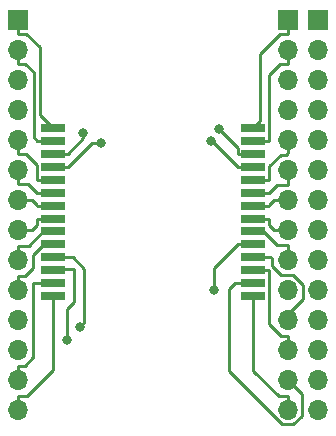
<source format=gbr>
G04 #@! TF.GenerationSoftware,KiCad,Pcbnew,5.1.5+dfsg1-2build2*
G04 #@! TF.CreationDate,2022-08-21T18:45:02-05:00*
G04 #@! TF.ProjectId,ms88sf2-breakout,6d733838-7366-4322-9d62-7265616b6f75,rev?*
G04 #@! TF.SameCoordinates,Original*
G04 #@! TF.FileFunction,Copper,L1,Top*
G04 #@! TF.FilePolarity,Positive*
%FSLAX46Y46*%
G04 Gerber Fmt 4.6, Leading zero omitted, Abs format (unit mm)*
G04 Created by KiCad (PCBNEW 5.1.5+dfsg1-2build2) date 2022-08-21 18:45:02*
%MOMM*%
%LPD*%
G04 APERTURE LIST*
%ADD10R,2.000000X0.800000*%
%ADD11O,1.700000X1.700000*%
%ADD12R,1.700000X1.700000*%
%ADD13C,0.800000*%
%ADD14C,0.250000*%
G04 APERTURE END LIST*
D10*
X71928900Y-60990000D03*
X71928900Y-62090000D03*
X71928900Y-63190000D03*
X71928900Y-64290000D03*
X71928900Y-65390000D03*
X71928900Y-66490000D03*
X71928900Y-67590000D03*
X71928900Y-68690000D03*
X71928900Y-69790000D03*
X71928900Y-70890000D03*
X71928900Y-71990000D03*
X71928900Y-73090000D03*
X71928900Y-74190000D03*
X71928900Y-75290000D03*
X54928900Y-60990000D03*
X54928900Y-62090000D03*
X54928900Y-63190000D03*
X54928900Y-64290000D03*
X54928900Y-65390000D03*
X54928900Y-66490000D03*
X54928900Y-67590000D03*
X54928900Y-68690000D03*
X54928900Y-69790000D03*
X54928900Y-70890000D03*
X54928900Y-71990000D03*
X54928900Y-73090000D03*
X54928900Y-74190000D03*
X54928900Y-75290000D03*
D11*
X77400000Y-84890000D03*
X77400000Y-82350000D03*
X77400000Y-79810000D03*
X77400000Y-77270000D03*
X77400000Y-74730000D03*
X77400000Y-72190000D03*
X77400000Y-69650000D03*
X77400000Y-67110000D03*
X77400000Y-64570000D03*
X77400000Y-62030000D03*
X77400000Y-59490000D03*
X77400000Y-56950000D03*
X77400000Y-54410000D03*
D12*
X77400000Y-51870000D03*
D11*
X74860000Y-84890000D03*
X74860000Y-82350000D03*
X74860000Y-79810000D03*
X74860000Y-77270000D03*
X74860000Y-74730000D03*
X74860000Y-72190000D03*
X74860000Y-69650000D03*
X74860000Y-67110000D03*
X74860000Y-64570000D03*
X74860000Y-62030000D03*
X74860000Y-59490000D03*
X74860000Y-56950000D03*
X74860000Y-54410000D03*
D12*
X74860000Y-51870000D03*
D11*
X52000000Y-84890000D03*
X52000000Y-82350000D03*
X52000000Y-79810000D03*
X52000000Y-77270000D03*
X52000000Y-74730000D03*
X52000000Y-72190000D03*
X52000000Y-69650000D03*
X52000000Y-67110000D03*
X52000000Y-64570000D03*
X52000000Y-62030000D03*
X52000000Y-59490000D03*
X52000000Y-56950000D03*
X52000000Y-54410000D03*
D12*
X52000000Y-51870000D03*
D13*
X68625720Y-74711560D03*
X56177000Y-79019100D03*
X57236360Y-77851000D03*
X58988960Y-62260480D03*
X57536080Y-61432440D03*
X68320920Y-62116500D03*
X68976240Y-61117480D03*
D14*
X53603600Y-62090000D02*
X54928900Y-62090000D01*
X53340000Y-61826400D02*
X53603600Y-62090000D01*
X53340000Y-56306720D02*
X53340000Y-61826400D01*
X52618580Y-55585300D02*
X53340000Y-56306720D01*
X52000000Y-55585300D02*
X52618580Y-55585300D01*
X52000000Y-54410000D02*
X52000000Y-55585300D01*
X53838400Y-54178760D02*
X53838400Y-59899500D01*
X53838400Y-59899500D02*
X54928900Y-60990000D01*
X52704940Y-53045300D02*
X53838400Y-54178760D01*
X52000000Y-53045300D02*
X52704940Y-53045300D01*
X52000000Y-51870000D02*
X52000000Y-53045300D01*
X71928900Y-67590000D02*
X73254200Y-67590000D01*
X74860000Y-67110000D02*
X73684700Y-67110000D01*
X73684700Y-67110000D02*
X73254200Y-67540500D01*
X73254200Y-67540500D02*
X73254200Y-67590000D01*
X71928900Y-68690000D02*
X73254200Y-68690000D01*
X74860000Y-69650000D02*
X73684700Y-69650000D01*
X73684700Y-69650000D02*
X73254200Y-69219500D01*
X73254200Y-69219500D02*
X73254200Y-68690000D01*
X74860000Y-70937120D02*
X74860000Y-72190000D01*
X73907320Y-70937120D02*
X74860000Y-70937120D01*
X72760200Y-69790000D02*
X73907320Y-70937120D01*
X71928900Y-69790000D02*
X72760200Y-69790000D01*
X70603600Y-70890000D02*
X71928900Y-70890000D01*
X68625720Y-74711560D02*
X68625720Y-72867880D01*
X68625720Y-72867880D02*
X70603600Y-70890000D01*
X70356320Y-74190000D02*
X71928900Y-74190000D01*
X69895720Y-74650600D02*
X70356320Y-74190000D01*
X69895720Y-81638720D02*
X69895720Y-74650600D01*
X74356100Y-86099100D02*
X69895720Y-81638720D01*
X75320800Y-86099100D02*
X74356100Y-86099100D01*
X76045700Y-85374200D02*
X75320800Y-86099100D01*
X76045700Y-83535700D02*
X76045700Y-85374200D01*
X74860000Y-82350000D02*
X76045700Y-83535700D01*
X71928900Y-81585980D02*
X71928900Y-75290000D01*
X74057620Y-83714700D02*
X71928900Y-81585980D01*
X74860000Y-83714700D02*
X74057620Y-83714700D01*
X74860000Y-84890000D02*
X74860000Y-83714700D01*
X53304440Y-80421480D02*
X53304440Y-74190000D01*
X53304440Y-74190000D02*
X54928900Y-74190000D01*
X52551220Y-81174700D02*
X53304440Y-80421480D01*
X52000000Y-81174700D02*
X52551220Y-81174700D01*
X52000000Y-82350000D02*
X52000000Y-81174700D01*
X56114300Y-78956400D02*
X56177000Y-79019100D01*
X56114300Y-76392420D02*
X56114300Y-78956400D01*
X56774080Y-75732640D02*
X56114300Y-76392420D01*
X56774080Y-72928480D02*
X56774080Y-75732640D01*
X55090420Y-72928480D02*
X56774080Y-72928480D01*
X54928900Y-73090000D02*
X55090420Y-72928480D01*
X57602120Y-72958960D02*
X56633160Y-71990000D01*
X57602120Y-77485240D02*
X57602120Y-72958960D01*
X56633160Y-71990000D02*
X54928900Y-71990000D01*
X57236360Y-77851000D02*
X57602120Y-77485240D01*
X52000000Y-73554700D02*
X52000000Y-74730000D01*
X52602020Y-73554700D02*
X52000000Y-73554700D01*
X53289200Y-72867520D02*
X52602020Y-73554700D01*
X53289200Y-71757700D02*
X53289200Y-72867520D01*
X54156900Y-70890000D02*
X53289200Y-71757700D01*
X54928900Y-70890000D02*
X54156900Y-70890000D01*
X52000000Y-72190000D02*
X52000000Y-71014700D01*
X52000000Y-71014700D02*
X52891800Y-71014700D01*
X52891800Y-71014700D02*
X54116500Y-69790000D01*
X54116500Y-69790000D02*
X54928900Y-69790000D01*
X54928900Y-68690000D02*
X53603600Y-68690000D01*
X52000000Y-69650000D02*
X53175300Y-69650000D01*
X53175300Y-69650000D02*
X53603600Y-69221700D01*
X53603600Y-69221700D02*
X53603600Y-68690000D01*
X54928900Y-67590000D02*
X53603600Y-67590000D01*
X52000000Y-67110000D02*
X53175300Y-67110000D01*
X53175300Y-67110000D02*
X53603600Y-67538300D01*
X53603600Y-67538300D02*
X53603600Y-67590000D01*
X52000000Y-64570000D02*
X52000000Y-65745300D01*
X54928900Y-66490000D02*
X53603600Y-66490000D01*
X52000000Y-65745300D02*
X52858900Y-65745300D01*
X52858900Y-65745300D02*
X53603600Y-66490000D01*
X53603600Y-65390000D02*
X54928900Y-65390000D01*
X53603600Y-64134440D02*
X53603600Y-65390000D01*
X52674460Y-63205300D02*
X53603600Y-64134440D01*
X52000000Y-63205300D02*
X52674460Y-63205300D01*
X52000000Y-62030000D02*
X52000000Y-63205300D01*
X56254200Y-64290000D02*
X54928900Y-64290000D01*
X58283720Y-62260480D02*
X56254200Y-64290000D01*
X58988960Y-62260480D02*
X58283720Y-62260480D01*
X57536080Y-61908120D02*
X56254200Y-63190000D01*
X56254200Y-63190000D02*
X54928900Y-63190000D01*
X57536080Y-61432440D02*
X57536080Y-61908120D01*
X73254200Y-65390000D02*
X71928900Y-65390000D01*
X73254200Y-64281720D02*
X73254200Y-65390000D01*
X74244200Y-63291720D02*
X73254200Y-64281720D01*
X74691240Y-63291720D02*
X74244200Y-63291720D01*
X74860000Y-63122960D02*
X74691240Y-63291720D01*
X74860000Y-62030000D02*
X74860000Y-63122960D01*
X70603600Y-64290000D02*
X71928900Y-64290000D01*
X68430100Y-62116500D02*
X70603600Y-64290000D01*
X68320920Y-62116500D02*
X68430100Y-62116500D01*
X70603600Y-62744840D02*
X70603600Y-63190000D01*
X68976240Y-61117480D02*
X70603600Y-62744840D01*
X70603600Y-63190000D02*
X71928900Y-63190000D01*
X73254200Y-62090000D02*
X71928900Y-62090000D01*
X73254200Y-56539800D02*
X73254200Y-62090000D01*
X74208700Y-55585300D02*
X73254200Y-56539800D01*
X74860000Y-55585300D02*
X74208700Y-55585300D01*
X74860000Y-54410000D02*
X74860000Y-55585300D01*
X54928900Y-81555460D02*
X54928900Y-75290000D01*
X52769660Y-83714700D02*
X54928900Y-81555460D01*
X52000000Y-83714700D02*
X52769660Y-83714700D01*
X52000000Y-84890000D02*
X52000000Y-83714700D01*
X73254200Y-73090000D02*
X71928900Y-73090000D01*
X73254200Y-77663640D02*
X73254200Y-73090000D01*
X74225260Y-78634700D02*
X73254200Y-77663640D01*
X74860000Y-78634700D02*
X74225260Y-78634700D01*
X74860000Y-79810000D02*
X74860000Y-78634700D01*
X73522840Y-72085200D02*
X73427640Y-71990000D01*
X74279760Y-73472040D02*
X73522840Y-72715120D01*
X75266840Y-73472040D02*
X74279760Y-73472040D01*
X76144120Y-74349320D02*
X75266840Y-73472040D01*
X76144120Y-75509120D02*
X76144120Y-74349320D01*
X73427640Y-71990000D02*
X71928900Y-71990000D01*
X74860000Y-76793240D02*
X76144120Y-75509120D01*
X73522840Y-72715120D02*
X73522840Y-72085200D01*
X74860000Y-77270000D02*
X74860000Y-76793240D01*
X73254200Y-66490000D02*
X71928900Y-66490000D01*
X73917560Y-65826640D02*
X73254200Y-66490000D01*
X74860000Y-65826640D02*
X73917560Y-65826640D01*
X74860000Y-64570000D02*
X74860000Y-65826640D01*
X72471700Y-60447200D02*
X71928900Y-60990000D01*
X72471700Y-54751820D02*
X72471700Y-60447200D01*
X74178220Y-53045300D02*
X72471700Y-54751820D01*
X74860000Y-53045300D02*
X74178220Y-53045300D01*
X74860000Y-51870000D02*
X74860000Y-53045300D01*
M02*

</source>
